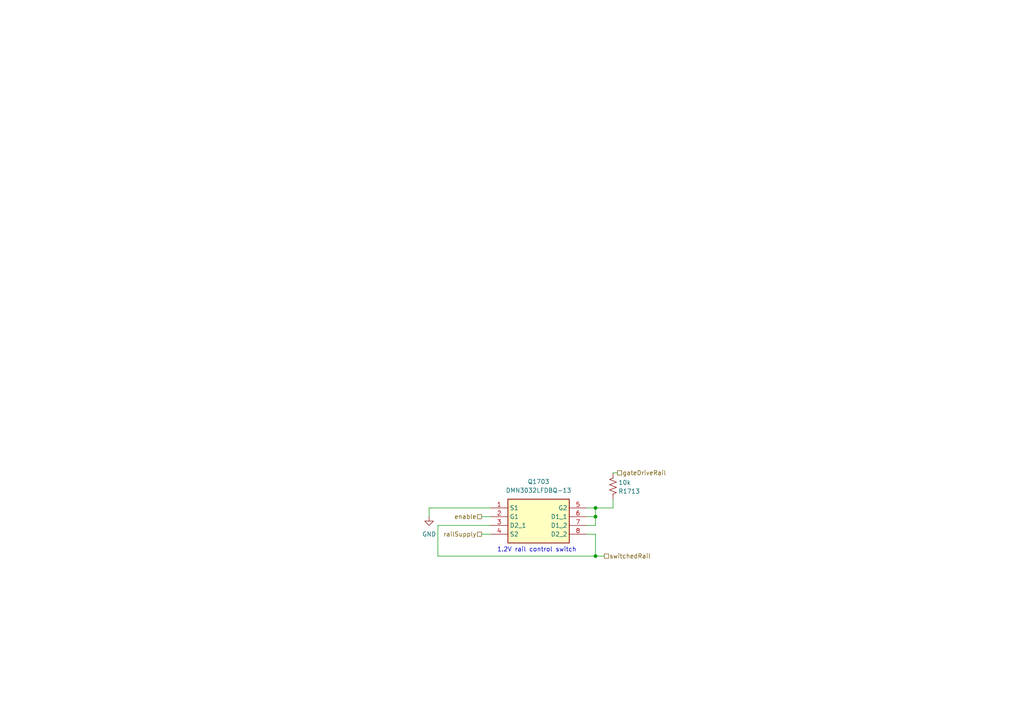
<source format=kicad_sch>
(kicad_sch (version 20250114) (generator "eeschema") (generator_version "9.0")
  (paper "A4")
  (lib_symbols
    (symbol "DMN3032LFDBQ-13:DMN3032LFDBQ-13"
      (property "Reference" "Q" (at 24.13 7.62 0))
      (property "Value" "DMN3032LFDBQ-13" (at 24.13 5.08 0))
      (symbol "DMN3032LFDBQ-13_1_1"
        (rectangle (start 5.08 2.54) (end 22.86 -10.16) (stroke (width 0.254)) (fill (type background)))
        (pin passive line (at 0 0 0) (length 5.08) (name "S1") (number "1"))
        (pin passive line (at 0 -2.54 0) (length 5.08) (name "G1") (number "2"))
        (pin passive line (at 0 -5.08 0) (length 5.08) (name "D2_1") (number "3"))
        (pin passive line (at 0 -7.62 0) (length 5.08) (name "S2") (number "4"))
        (pin passive line (at 27.94 0 180) (length 5.08) (name "G2") (number "5"))
        (pin passive line (at 27.94 -2.54 180) (length 5.08) (name "D1_1") (number "6"))
        (pin passive line (at 27.94 -5.08 180) (length 5.08) (name "D1_2") (number "7"))
        (pin passive line (at 27.94 -7.62 180) (length 5.08) (name "D2_2") (number "8"))
      )
    )
    (symbol "Device:R_US" (pin_numbers (hide yes)) (pin_names (offset 0))
      (property "Reference" "R" (at 2.54 0 90))
      (property "Value" "R_US" (at -2.54 0 90))
      (symbol "R_US_0_1"
        (polyline (pts (xy 0 2.286) (xy 0 2.54)))
        (polyline (pts (xy 0 2.286) (xy 1.016 1.905) (xy 0 1.524) (xy -1.016 1.143) (xy 0 0.762)))
        (polyline (pts (xy 0 0.762) (xy 1.016 0.381) (xy 0 0) (xy -1.016 -0.381) (xy 0 -0.762)))
        (polyline (pts (xy 0 -0.762) (xy 1.016 -1.143) (xy 0 -1.524) (xy -1.016 -1.905) (xy 0 -2.286)))
        (polyline (pts (xy 0 -2.286) (xy 0 -2.54)))
      )
      (symbol "R_US_1_1"
        (pin passive line (at 0 3.81 270) (length 1.27) (name "~") (number "1"))
        (pin passive line (at 0 -3.81 90) (length 1.27) (name "~") (number "2"))
      )
    )
    (symbol "power:GND" (power) (pin_numbers (hide yes)) (pin_names (offset 0) (hide yes))
      (property "Value" "GND" (at 0 -3.81 0))
      (symbol "GND_0_1"
        (polyline (pts (xy 0 0) (xy 0 -1.27) (xy 1.27 -1.27) (xy 0 -2.54) (xy -1.27 -1.27) (xy 0 -1.27)))
      )
      (symbol "GND_1_1"
        (pin power_in line (at 0 0 270) (length 0) (name "~") (number "1"))
      )
    )
  )
  (text "1.2V rail control switch" (at 155.702 159.512 0) (effects (font (size 1.27 1.27))))
  (junction (at 172.72 147.32))
  (junction (at 172.72 161.29))
  (junction (at 172.72 149.86))
  (wire (pts (xy 177.8 147.32) (xy 177.8 144.78)))
  (wire (pts (xy 127 152.4) (xy 142.24 152.4)))
  (wire (pts (xy 172.72 161.29) (xy 127 161.29)))
  (wire (pts (xy 172.72 161.29) (xy 175.26 161.29)))
  (wire (pts (xy 127 161.29) (xy 127 152.4)))
  (wire (pts (xy 172.72 147.32) (xy 177.8 147.32)))
  (wire (pts (xy 139.7 149.86) (xy 142.24 149.86)))
  (wire (pts (xy 172.72 152.4) (xy 172.72 149.86)))
  (wire (pts (xy 172.72 154.94) (xy 172.72 161.29)))
  (wire (pts (xy 124.46 147.32) (xy 142.24 147.32)))
  (wire (pts (xy 170.18 147.32) (xy 172.72 147.32)))
  (wire (pts (xy 170.18 154.94) (xy 172.72 154.94)))
  (wire (pts (xy 179.07 137.16) (xy 177.8 137.16)))
  (wire (pts (xy 170.18 149.86) (xy 172.72 149.86)))
  (wire (pts (xy 170.18 152.4) (xy 172.72 152.4)))
  (wire (pts (xy 172.72 149.86) (xy 172.72 147.32)))
  (wire (pts (xy 139.7 154.94) (xy 142.24 154.94)))
  (wire (pts (xy 124.46 149.86) (xy 124.46 147.32)))
  (hierarchical_label "enable" (shape passive) (at 139.7 149.86 180))
  (hierarchical_label "railSupply" (shape passive) (at 139.7 154.94 180))
  (hierarchical_label "switchedRail" (shape passive) (at 175.26 161.29 0))
  (hierarchical_label "gateDriveRail" (shape passive) (at 179.07 137.16 0))
  (symbol (lib_id "DMN3032LFDBQ-13:DMN3032LFDBQ-13") (at 142.24 147.32 0) (unit 1)
    (property "Reference" "Q1703" (at 156.21 139.7 0))
    (property "Value" "DMN3032LFDBQ-13" (at 156.21 142.24 0))
    (property "Footprint" "DMN3032LFDBQ13" (effects (hide yes)))
    (property "Datasheet" "https://www.diodes.com/assets/Datasheets/DMN3032LFDBQ.pdf" (effects (hide yes)))
    (property "Description" "Mosfet Array 2 N-Channel (Dual) 30V 6.2A (Ta) 1W Surface Mount U-DFN2020-6 (Type B)" (effects (hide yes)))
    (property "Height" "0.605" (effects (hide yes)))
    (property "Mouser Part Number" "621-DMN3032LFDBQ-13" (effects (hide yes)))
    (property "Mouser Price/Stock" "https://www.mouser.co.uk/ProductDetail/Diodes-Incorporated/DMN3032LFDBQ-13?qs=icAhCOE9Tbh4ep37eQESbg%3D%3D" (effects (hide yes)))
    (property "Manufacturer_Name" "Diodes Incorporated" (effects (hide yes)))
    (property "Manufacturer_Part_Number" "DMN3032LFDBQ-13" (effects (hide yes)))
  )
  (symbol (lib_id "power:GND") (at 124.46 149.86 0) (unit 1)
    (property "Reference" "#PWR01721" (effects (hide yes)))
    (property "Value" "GND" (at 124.46 154.94 0))
    (property "Description" "Power symbol creates a global label with name \"GND\" , ground" (effects (hide yes)))
  )
  (symbol (lib_id "Device:R_US") (at 177.8 140.97 0) (mirror x) (unit 1)
    (property "Reference" "R1713" (at 179.324 142.494 0) (effects (justify left)))
    (property "Value" "10k" (at 179.324 139.954 0) (effects (justify left)))
    (property "Description" "Resistor, US symbol" (effects (hide yes)))
  )
)
</source>
